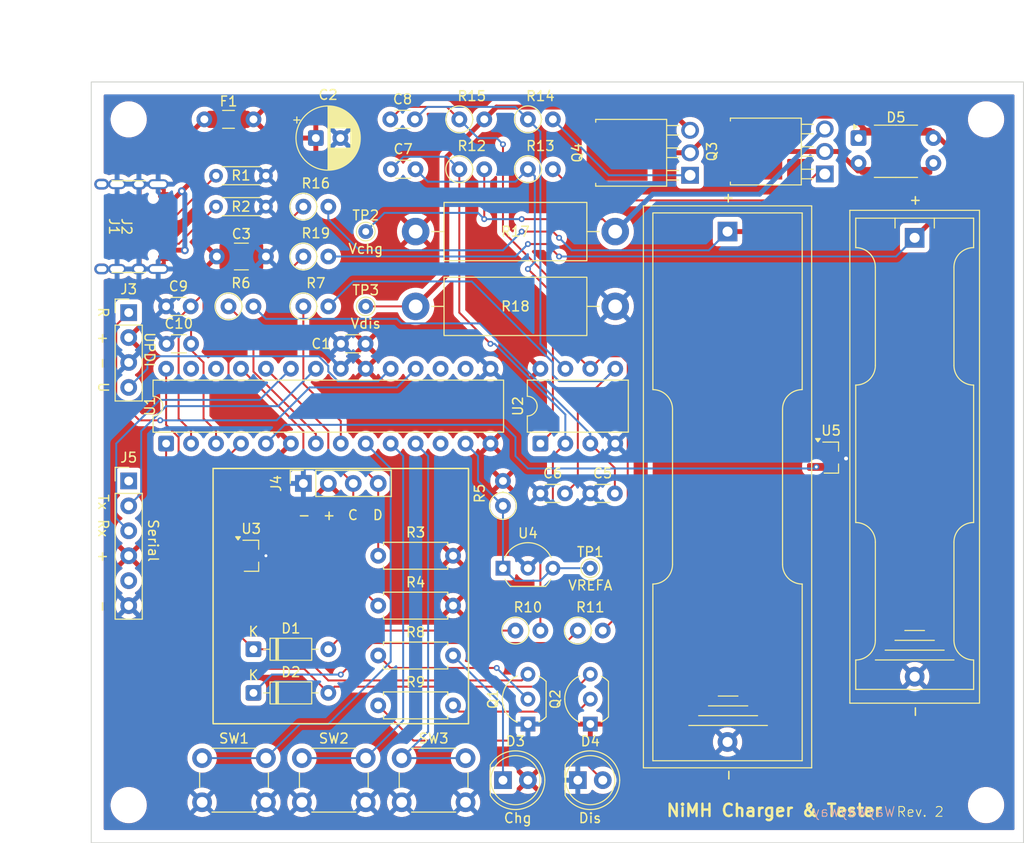
<source format=kicad_pcb>
(kicad_pcb (version 20241229) (generator "pcbnew") (generator_version "9.0")
  (title_block (title "NiMH Charger & Tester") (date "2025-08-25") (rev "2") (company "K.Takata"))
  (layers (0 "F.Cu" signal) (2 "B.Cu" signal) (13 "F.Paste" user) (15 "B.Paste" user) (5 "F.SilkS" user "F.Silkscreen") (7 "B.SilkS" user "B.Silkscreen") (1 "F.Mask" user) (3 "B.Mask" user) (25 "Edge.Cuts" user))
  (net 0 "")
  (net 1 "BT1+")
  (net 2 "GND")
  (net 3 "BT2+")
  (net 4 "+5V")
  (net 5 "Net-(U2A-+)")
  (net 6 "Net-(U2B-+)")
  (net 7 "Net-(U2A--)")
  (net 8 "Net-(U2B--)")
  (net 9 "Net-(C7-Pad2)")
  (net 10 "Vbt1")
  (net 11 "Vbt2")
  (net 12 "ChgCtl")
  (net 13 "Net-(D1-A)")
  (net 14 "Net-(D2-K)")
  (net 15 "DisCtl")
  (net 16 "Net-(D3-K)")
  (net 17 "Net-(D4-A)")
  (net 18 "Net-(D5--)")
  (net 19 "Net-(D5-+)")
  (net 20 "Net-(F1-Pad1)")
  (net 21 "Net-(J1-CC1)")
  (net 22 "Net-(J1-CC2)")
  (net 23 "UPDI")
  (net 24 "SCL")
  (net 25 "SDA")
  (net 26 "TX")
  (net 27 "RX")
  (net 28 "Net-(Q1-O)")
  (net 29 "Net-(Q2-O)")
  (net 30 "Net-(Q3-G)")
  (net 31 "Net-(Q3-S)")
  (net 32 "Net-(Q4-G)")
  (net 33 "Net-(Q4-S)")
  (net 34 "VREFA")
  (net 35 "PWMchg")
  (net 36 "PWMdis")
  (net 37 "SW1")
  (net 38 "SW2")
  (net 39 "SW3")
  (net 40 "RESET")
  (net 41 "Vtemp1")
  (net 43 "Vtemp2")
  (net 48 "Net-(C8-Pad2)")
  (footprint "Button_Switch_THT:SW_PUSH_6mm" (layer "F.Cu") (at 81.13 93)
    (property "Reference" "SW3")
    (property "Value" "SW_Push")
  )
  (footprint "Battery:BatteryHolder_Keystone_2466_1xAAA" (layer "F.Cu") (at 133.35 40.005 -90)
    (property "Reference" "BT2" (hide yes))
    (property "Value" "AAA")
  )
  (footprint "MountingHole:MountingHole_3.2mm_M3" (layer "F.Cu") (at 53.34 27.94)
    (property "Reference" "H1" (hide yes))
    (property "Value" "MountingHole" (hide yes))
  )
  (footprint "Resistor_THT:R_Axial_DIN0204_L3.6mm_D1.6mm_P5.08mm_Horizontal" (layer "F.Cu") (at 62.23 36.83)
    (property "Reference" "R2")
    (property "Value" "5.1k")
  )
  (footprint "Diode_THT:D_DO-35_SOD27_P7.62mm_Horizontal" (layer "F.Cu") (at 66.04 81.915)
    (property "Reference" "D1")
    (property "Value" "1S2076A")
  )
  (footprint "Connector_PinSocket_2.54mm:PinSocket_1x04_P2.54mm_Vertical" (layer "F.Cu") (at 71.12 65.024 90)
    (property "Reference" "J4")
    (property "Value" "SSD1306")
  )
  (footprint "Button_Switch_THT:SW_PUSH_6mm" (layer "F.Cu") (at 70.97 93)
    (property "Reference" "SW2")
    (property "Value" "SW_Push")
  )
  (footprint "TestPoint:TestPoint_THTPad_D1.5mm_Drill0.7mm" (layer "F.Cu") (at 100.33 73.66)
    (property "Reference" "TP1")
    (property "Value" "VREFA")
  )
  (footprint "Resistor_THT:R_Axial_DIN0207_L6.3mm_D2.5mm_P2.54mm_Vertical" (layer "F.Cu") (at 99.06 80.01)
    (property "Reference" "R11")
    (property "Value" "1k")
  )
  (footprint "LED_THT:LED_D5.0mm_Clear" (layer "F.Cu") (at 99.06 95.25)
    (property "Reference" "D4")
    (property "Value" "LED")
  )
  (footprint "Capacitor_THT:C_Disc_D4.3mm_W1.9mm_P5.00mm" (layer "F.Cu") (at 61.04 27.94)
    (property "Reference" "F2" (hide yes))
    (property "Value" "Polyfuse" (hide yes))
  )
  (footprint "Resistor_THT:R_Axial_DIN0614_L14.3mm_D5.7mm_P20.32mm_Horizontal" (layer "F.Cu") (at 82.55 46.99)
    (property "Reference" "R18")
    (property "Value" "1")
  )
  (footprint "Package_TO_SOT_SMD:SOT-23_Handsoldering" (layer "F.Cu") (at 124.841 62.3933)
    (property "Reference" "U5")
    (property "Value" "MCP9700BT-E/TT")
  )
  (footprint "Connector_USB:USB_C_Receptacle_GCT_USB4125-xx-x_6P_TopMnt_Horizontal" (layer "F.Cu") (at 51.3824 38.86 -90)
    (property "Reference" "J1")
    (property "Value" "USB_C_Receptacle_PowerOnly_6P")
  )
  (footprint "Resistor_THT:R_Axial_DIN0207_L6.3mm_D2.5mm_P2.54mm_Vertical" (layer "F.Cu") (at 71.12 41.91)
    (property "Reference" "R19")
    (property "Value" "10k")
  )
  (footprint "Capacitor_SMD:C_1210_3225Metric_Pad1.33x2.70mm_HandSolder" (layer "F.Cu") (at 64.81 41.91)
    (property "Reference" "C3")
    (property "Value" "10μ")
  )
  (footprint "Resistor_THT:R_Axial_DIN0207_L6.3mm_D2.5mm_P2.54mm_Vertical" (layer "F.Cu") (at 93.98 27.94)
    (property "Reference" "R14")
    (property "Value" "100")
  )
  (footprint "TestPoint:TestPoint_THTPad_D1.5mm_Drill0.7mm" (layer "F.Cu") (at 77.47 39.37)
    (property "Reference" "TP2")
    (property "Value" "Vchg")
  )
  (footprint "Resistor_THT:R_Axial_DIN0207_L6.3mm_D2.5mm_P7.62mm_Horizontal" (layer "F.Cu") (at 78.74 87.63)
    (property "Reference" "R9")
    (property "Value" "10k")
  )
  (footprint "Package_TO_SOT_SMD:SOT-23_Handsoldering" (layer "F.Cu") (at 65.81 72.39)
    (property "Reference" "U3")
    (property "Value" "MCP9700BT-E/TT")
  )
  (footprint "Package_SO:TSSOP-4_4.4x5mm_P4mm" (layer "F.Cu") (at 131.445 31.1912)
    (property "Reference" "D5")
    (property "Value" "TS260S")
  )
  (footprint "Resistor_THT:R_Axial_DIN0207_L6.3mm_D2.5mm_P7.62mm_Horizontal" (layer "F.Cu") (at 78.74 82.55)
    (property "Reference" "R8")
    (property "Value" "10k")
  )
  (footprint "Capacitor_THT:C_Disc_D3.0mm_W1.6mm_P2.50mm" (layer "F.Cu") (at 100.33 66.04)
    (property "Reference" "C5")
    (property "Value" "0.1μ")
  )
  (footprint "Capacitor_THT:C_Disc_D3.0mm_W1.6mm_P2.50mm" (layer "F.Cu") (at 79.97 27.94)
    (property "Reference" "C8")
    (property "Value" "0.1μ")
  )
  (footprint "Connector_USB:USB_C_Receptacle_GCT_USB4105-xx-A_16P_TopMnt_Horizontal" (layer "F.Cu") (at 53.2322 38.86 -90)
    (property "Reference" "J2")
    (property "Value" "USB_C_Receptacle_USB2.0_16P")
  )
  (footprint "Resistor_THT:R_Axial_DIN0207_L6.3mm_D2.5mm_P2.54mm_Vertical" (layer "F.Cu") (at 71.12 36.83)
    (property "Reference" "R16")
    (property "Value" "10k")
  )
  (footprint "Capacitor_THT:C_Disc_D3.0mm_W1.6mm_P2.50mm" (layer "F.Cu") (at 74.95 50.8)
    (property "Reference" "C1")
    (property "Value" "0.1μ")
  )
  (footprint "Resistor_THT:R_Axial_DIN0207_L6.3mm_D2.5mm_P2.54mm_Vertical" (layer "F.Cu") (at 86.995 27.94)
    (property "Reference" "R15")
    (property "Value" "10k")
  )
  (footprint "Connector_PinHeader_2.54mm:PinHeader_1x04_P2.54mm_Vertical" (layer "F.Cu") (at 53.34 47.625)
    (property "Reference" "J3")
    (property "Value" "UPDI header")
  )
  (footprint "MountingHole:MountingHole_3.2mm_M3" (layer "F.Cu") (at 53.34 97.79)
    (property "Reference" "H2" (hide yes))
    (property "Value" "MountingHole" (hide yes))
  )
  (footprint "Resistor_THT:R_Axial_DIN0207_L6.3mm_D2.5mm_P2.54mm_Vertical" (layer "F.Cu") (at 63.5 46.99)
    (property "Reference" "R6")
    (property "Value" "1k")
  )
  (footprint "Capacitor_THT:C_Disc_D3.0mm_W1.6mm_P2.50mm" (layer "F.Cu") (at 80.03 33.02)
    (property "Reference" "C7")
    (property "Value" "0.1μ")
  )
  (footprint "TestPoint:TestPoint_THTPad_D1.5mm_Drill0.7mm" (layer "F.Cu") (at 77.47 46.99)
    (property "Reference" "TP3")
    (property "Value" "Vdis")
  )
  (footprint "Diode_THT:D_DO-35_SOD27_P7.62mm_Horizontal" (layer "F.Cu") (at 66.04 86.36)
    (property "Reference" "D2")
    (property "Value" "1S2076A")
  )
  (footprint "Package_DIP:DIP-8_W7.62mm" (layer "F.Cu") (at 95.25 60.96 90)
    (property "Reference" "U2")
    (property "Value" "NJU7043")
  )
  (footprint "Package_DIP:DIP-4_W7.62mm" (layer "F.Cu") (at 127.635 29.845)
    (property "Reference" "D6" (hide yes))
    (property "Value" "S1ZB20")
  )
  (footprint "Battery:BatteryHolder_Keystone_2460_1xAA" (layer "F.Cu") (at 114.3 39.37 -90)
    (property "Reference" "BT1" (hide yes))
    (property "Value" "AA")
  )
  (footprint "Capacitor_THT:C_Disc_D3.0mm_W1.6mm_P2.50mm" (layer "F.Cu") (at 57.15 46.99)
    (property "Reference" "C9")
    (property "Value" "0.1μ")
  )
  (footprint "Resistor_THT:R_Axial_DIN0207_L6.3mm_D2.5mm_P2.54mm_Vertical" (layer "F.Cu") (at 91.44 67.31 90)
    (property "Reference" "R5")
    (property "Value" "1k")
  )
  (footprint "Package_TO_SOT_THT:TO-92_Inline_Wide" (layer "F.Cu") (at 93.98 89.535 90)
    (property "Reference" "Q1")
    (property "Value" "DTC114EL")
  )
  (footprint "MountingHole:MountingHole_3.2mm_M3" (layer "F.Cu") (at 140.62 97.79)
    (property "Reference" "H4" (hide yes))
    (property "Value" "MountingHole" (hide yes))
  )
  (footprint "Resistor_THT:R_Axial_DIN0207_L6.3mm_D2.5mm_P7.62mm_Horizontal" (layer "F.Cu") (at 78.74 77.47)
    (property "Reference" "R4")
    (property "Value" "10k")
  )
  (footprint "Resistor_THT:R_Axial_DIN0207_L6.3mm_D2.5mm_P2.54mm_Vertical" (layer "F.Cu") (at 86.995 33.02)
    (property "Reference" "R12")
    (property "Value" "10k")
  )
  (footprint "Resistor_THT:R_Axial_DIN0204_L3.6mm_D1.6mm_P5.08mm_Horizontal" (layer "F.Cu") (at 62.23 33.68)
    (property "Reference" "R1")
    (property "Value" "5.1k")
  )
  (footprint "Fuse:Fuse_1206_3216Metric_Pad1.42x1.75mm_HandSolder" (layer "F.Cu") (at 63.5 27.94)
    (property "Reference" "F1")
    (property "Value" "Polyfuse_Small")
  )
  (footprint "MountingHole:MountingHole_3.2mm_M3" (layer "F.Cu") (at 140.62 27.94)
    (property "Reference" "H3" (hide yes))
    (property "Value" "MountingHole" (hide yes))
  )
  (footprint "Capacitor_THT:C_Disc_D3.0mm_W1.6mm_P2.50mm" (layer "F.Cu") (at 95.25 66.04)
    (property "Reference" "C6")
    (property "Value" "0.1μ")
  )
  (footprint "LED_THT:LED_D5.0mm" (layer "F.Cu") (at 91.44 95.25)
    (property "Reference" "D3")
    (property "Value" "LED")
  )
  (footprint "Package_TO_SOT_THT:TO-92_Inline_Wide" (layer "F.Cu") (at 91.44 73.66)
    (property "Reference" "U4")
    (property "Value" "TL431")
  )
  (footprint "Package_DIP:DIP-28_W7.62mm" (layer "F.Cu") (at 57.15 60.96 90)
    (property "Reference" "U1")
    (property "Value" "AVR64DD28-I/SP")
  )
  (footprint "Capacitor_THT:CP_Radial_D6.3mm_P2.50mm" (layer "F.Cu") (at 72.39 29.845)
    (property "Reference" "C2")
    (property "Value" "100μ")
  )
  (footprint "Capacitor_THT:C_Disc_D3.0mm_W1.6mm_P2.50mm" (layer "F.Cu") (at 57.19 50.8)
    (property "Reference" "C10")
    (property "Value" "0.1μ")
  )
  (footprint "Resistor_THT:R_Axial_DIN0207_L6.3mm_D2.5mm_P7.62mm_Horizontal" (layer "F.Cu") (at 78.74 72.39)
    (property "Reference" "R3")
    (property "Value" "10k")
  )
  (footprint "Button_Switch_THT:SW_PUSH_6mm" (layer "F.Cu") (at 60.81 93)
    (property "Reference" "SW1")
    (property "Value" "SW_Push")
  )
  (footprint "Resistor_THT:R_Axial_DIN0207_L6.3mm_D2.5mm_P2.54mm_Vertical" (layer "F.Cu") (at 71.12 46.99)
    (property "Reference" "R7")
    (property "Value" "1k")
  )
  (footprint "Package_TO_SOT_THT:TO-251-3-1EP_Horizontal_TabDown" (layer "F.Cu") (at 124.2 33.5066 90)
    (property "Reference" "Q3")
    (property "Value" "MTB060P06I3")
  )
  (footprint "Resistor_THT:R_Axial_DIN0207_L6.3mm_D2.5mm_P2.54mm_Vertical" (layer "F.Cu") (at 92.71 80.01)
    (property "Reference" "R10")
    (property "Value" "1k")
  )
  (footprint "Package_TO_SOT_THT:TO-92_Inline_Wide" (layer "F.Cu") (at 100.33 89.535 90)
    (property "Reference" "Q2")
    (property "Value" "DTA114EL")
  )
  (footprint "Resistor_THT:R_Axial_DIN0207_L6.3mm_D2.5mm_P2.54mm_Vertical" (layer "F.Cu") (at 93.98 33.02)
    (property "Reference" "R13")
    (property "Value" "100")
  )
  (footprint "Capacitor_THT:C_Disc_D4.7mm_W2.5mm_P5.00mm" (layer "F.Cu") (at 62.31 41.91)
    (property "Reference" "C4" (hide yes))
    (property "Value" "10μ" (hide yes))
  )
  (footprint "Connector_PinHeader_2.54mm:PinHeader_1x06_P2.54mm_Vertical" (layer "F.Cu") (at 53.34 64.77)
    (property "Reference" "J5")
    (property "Value" "Serial Header")
  )
  (footprint "Package_TO_SOT_THT:TO-251-3-1EP_Horizontal_TabDown" (layer "F.Cu") (at 110.49 33.6336 90)
    (property "Reference" "Q4")
    (property "Value" "MTA100N10KRI3")
  )
  (footprint "Resistor_THT:R_Axial_DIN0614_L14.3mm_D5.7mm_P20.32mm_Horizontal" (layer "F.Cu") (at 82.55 39.37)
    (property "Reference" "R17")
    (property "Value" "10")
  )
  (gr_rect (start 61.93 63.5) (end 87.93 89.5) (stroke (width 0.15)) (fill no) (layer "F.SilkS"))
  (gr_rect (start 49.53 24.13) (end 144.43 101.63) (stroke (width 0.1)) (fill no) (layer "Edge.Cuts"))
  (gr_text "D" (at 78.105 68.834 0) (layer "F.SilkS") (effects (font (size 1 1)) (justify left bottom)))
  (gr_text "Rev. 2" (at 131.445 99.06 0) (layer "F.SilkS") (effects (font (size 1 1) (thickness 0.1)) (justify left bottom)))
  (gr_text "Dis" (at 99.06 99.695 0) (layer "F.SilkS") (effects (font (size 1 1)) (justify left bottom)))
  (gr_text "U" (at 50.165 54.61 270) (layer "F.SilkS") (effects (font (size 1 1)) (justify left bottom)))
  (gr_text "UPDI" (at 54.87157 49.53 270) (layer "F.SilkS") (effects (font (size 1 1)) (justify left bottom)))
  (gr_text "Rx" (at 50.165 68.58 270) (layer "F.SilkS") (effects (font (size 1 1)) (justify left bottom)))
  (gr_text "+" (at 73.025 68.834 0) (layer "F.SilkS") (effects (font (size 1 1)) (justify left bottom)))
  (gr_text "-" (at 70.485 68.834 0) (layer "F.SilkS") (effects (font (size 1 1)) (justify left bottom)))
  (gr_text "Serial" (at 55.245 68.58 270) (layer "F.SilkS") (effects (font (size 1 1)) (justify left bottom)))
  (gr_text "R" (at 50.165 46.99 270) (layer "F.SilkS") (effects (font (size 1 1)) (justify left bottom)))
  (gr_text "+" (at 50.165 71.755 270) (layer "F.SilkS") (effects (font (size 1 1)) (justify left bottom)))
  (gr_text "NiMH Charger & Tester" (at 107.95 99.06 0) (layer "F.SilkS") (effects (font (size 1.25 1.25) (thickness 0.25) (bold yes)) (justify left bottom)))
  (gr_text "Chg" (at 91.44 99.695 0) (layer "F.SilkS") (effects (font (size 1 1)) (justify left bottom)))
  (gr_text "-" (at 50.165 52.07 270) (layer "F.SilkS") (effects (font (size 1 1)) (justify left bottom)))
  (gr_text "Tx" (at 50.165 66.04 270) (layer "F.SilkS") (effects (font (size 1 1)) (justify left bottom)))
  (gr_text "C" (at 75.565 68.834 0) (layer "F.SilkS") (effects (font (size 1 1)) (justify left bottom)))
  (gr_text "-" (at 50.165 76.835 270) (layer "F.SilkS") (effects (font (size 1 1)) (justify left bottom)))
  (gr_text "+" (at 50.165 49.53 270) (layer "F.SilkS") (effects (font (size 1 1)) (justify left bottom)))
  (gr_text "WayWayWay" (at 131.445 99.06 0) (layer "B.SilkS") (effects (font (size 1 1) (thickness 0.1)) (justify left bottom mirror)))
  (segment (start 128.2037 39.37) (end 114.3 39.37) (width 0.5) (layer "F.Cu") (net 1))
  (segment (start 134.3825 33.1912) (end 128.2037 39.37) (width 0.5) (layer "F.Cu") (net 1))
  (segment (start 96.52 39.37) (end 93.345 39.37) (width 0.2) (layer "F.Cu") (net 1))
  (segment (start 97.155 40.005) (end 96.52 39.37) (width 0.2) (layer "F.Cu") (net 1))
  (via (at 97.155 40.005) (size 0.6) (drill 0.3) (layers "F.Cu" "B.Cu") (net 1))
  (via (at 93.345 39.37) (size 0.6) (drill 0.3) (layers "F.Cu" "B.Cu") (net 1))
  (segment (start 91.44 41.275) (end 93.345 39.37) (width 0.2) (layer "B.Cu") (net 1))
  (segment (start 98.425 41.275) (end 112.395 41.275) (width 0.2) (layer "B.Cu") (net 1))
  (segment (start 112.395 41.275) (end 114.3 39.37) (width 0.2) (layer "B.Cu") (net 1))
  (segment (start 76.835 41.275) (end 91.44 41.275) (width 0.2) (layer "B.Cu") (net 1))
  (segment (start 97.155 40.005) (end 98.425 41.275) (width 0.2) (layer "B.Cu") (net 1))
  (segment (start 73.66 36.83) (end 73.66 38.1) (width 0.2) (layer "B.Cu") (net 1))
  (segment (start 73.66 38.1) (end 76.835 41.275) (width 0.2) (layer "B.Cu") (net 1))
  (segment (start 126.341 62.254) (end 126.365 62.23) (width 0.4) (layer "F.Cu") (net 2))
  (segment (start 54.4624 34.62) (end 54.3824 34.54) (width 0.4) (layer "F.Cu") (net 2))
  (segment (start 56.9122 35.115) (end 56.3372 34.54) (width 0.4) (layer "F.Cu") (net 2))
  (segment (start 54.4624 43.1) (end 54.3824 43.18) (width 0.4) (layer "F.Cu") (net 2))
  (segment (start 54.4624 36.11) (end 54.4624 34.62) (width 0.4) (layer "F.Cu") (net 2))
  (segment (start 56.9122 35.66) (end 56.9122 35.115) (width 0.4) (layer "F.Cu") (net 2))
  (segment (start 56.9122 42.06) (end 56.9122 42.605) (width 0.4) (layer "F.Cu") (net 2))
  (segment (start 56.9122 42.605) (end 56.3372 43.18) (width 0.4) (layer "F.Cu") (net 2))
  (segment (start 126.341 62.3933) (end 126.341 62.254) (width 0.4) (layer "F.Cu") (net 2))
  (segment (start 54.4624 41.61) (end 54.4624 43.1) (width 0.4) (layer "F.Cu") (net 2))
  (via (at 126.365 62.484) (size 0.8) (drill 0.4) (layers "F.Cu" "B.Cu") (net 2))
  (via (at 67.31 72.39) (size 0.6) (drill 0.3) (layers "F.Cu" "B.Cu") (net 2))
  (segment (start 82.55 98.92) (end 81.13 97.5) (width 0.4) (layer "B.Cu") (net 2))
  (segment (start 99.06 97.79) (end 99.06 95.25) (width 0.4) (layer "B.Cu") (net 2))
  (segment (start 71.12 68.58) (end 67.31 72.39) (width 0.3) (layer "B.Cu") (net 2))
  (segment (start 106.68 97.79) (end 99.06 97.79) (width 0.4) (layer "B.Cu") (net 2))
  (segment (start 66.065 34.925) (end 66.04 34.925) (width 0.3) (layer "B.Cu") (net 2))
  (segment (start 70.97 97.5) (end 69.41 99.06) (width 0.4) (layer "B.Cu") (net 2))
  (segment (start 58.42 95.11) (end 58.42 78.665) (width 0.4) (layer "B.Cu") (net 2))
  (segment (start 129.155 88.9) (end 116.84 88.9) (width 0.4) (layer "B.Cu") (net 2))
  (segment (start 86.07 99.06) (end 82.55 99.06) (width 0.4) (layer "B.Cu") (net 2))
  (segment (start 88.9 99.06) (end 97.79 99.06) (width 0.4) (layer "B.Cu") (net 2))
  (segment (start 79.57 99.06) (end 78.74 99.06) (width 0.4) (layer "B.Cu") (net 2))
  (segment (start 66.04 35.56) (end 67.31 36.83) (width 0.3) (layer "B.Cu") (net 2))
  (segment (start 66.04 40.64) (end 67.31 41.91) (width 0.3) (layer "B.Cu") (net 2))
  (segment (start 82.55 99.06) (end 82.55 98.92) (width 0.4) (layer "B.Cu") (net 2))
  (segment (start 116.76 88.9) (end 114.3 91.36) (width 0.4) (layer "B.Cu") (net 2))
  (segment (start 88.9 98.77) (end 88.9 99.06) (width 0.4) (layer "B.Cu") (net 2))
  (segment (start 114.3 91.36) (end 113.03 92.63) (width 0.4) (layer "B.Cu") (net 2))
  (segment (start 87.63 97.5) (end 86.07 99.06) (width 0.4) (layer "B.Cu") (net 2))
  (segment (start 68.58 98.77) (end 67.31 97.5) (width 0.4) (layer "B.Cu") (net 2))
  (segment (start 60.81 97.5) (end 58.42 95.11) (width 0.4) (layer "B.Cu") (net 2))
  (segment (start 68.58 99.06) (end 68.58 98.77) (width 0.4) (layer "B.Cu") (net 2))
  (segment (start 66.04 34.925) (end 66.04 35.56) (width 0.3) (layer "B.Cu") (net 2))
  (segment (start 58.42 78.665) (end 59.69 77.395) (width 0.4) (layer "B.Cu") (net 2))
  (segment (start 111.76 92.71) (end 106.68 97.79) (width 0.4) (layer "B.Cu") (net 2))
  (segment (start 54.3824 34.54) (end 56.3372 34.54) (width 0.4) (layer "B.Cu") (net 2))
  (segment (start 57.785 31.115) (end 64.745 31.115) (width 0.4) (layer "B.Cu") (net 2))
  (segment (start 62.23 77.47) (end 67.31 72.39) (width 0.3) (layer "B.Cu") (net 2))
  (segment (start 54.3824 43.18) (end 56.3372 43.18) (width 0.4) (layer "B.Cu") (net 2))
  (segment (start 113.03 92.63) (end 113.03 92.71) (width 0.4) (layer "B.Cu") (net 2))
  (segment (start 113.03 92.71) (end 111.76 92.71) (width 0.4) (layer "B.Cu") (net 2))
  (segment (start 67.31 33.68) (end 66.065 34.925) (width 0.3) (layer "B.Cu") (net 2))
  (segment (start 66.04 38.1) (end 66.04 40.64) (width 0.3) (layer "B.Cu") (net 2))
  (segment (start 52.1572 43.18) (end 54.3824 43.18) (width 0.4) (layer "B.Cu") (net 2))
  (segment (start 78.74 98.77) (end 77.47 97.5) (width 0.4) (layer "B.Cu") (net 2))
  (segment (start 78.74 99.06) (end 78.74 98.77) (width 0.4) (layer "B.Cu") (net 2))
  (segment (start 116.84 88.9) (end 116.76 88.9) (width 0.4) (layer "B.Cu") (net 2))
  (segment (start 64.745 31.115) (end 67.31 33.68) (width 0.4) (layer "B.Cu") (net 2))
  (segment (start 81.13 97.5) (end 79.57 99.06) (width 0.4) (layer "B.Cu") (net 2))
  (segment (start 87.63 97.5) (end 88.9 98.77) (width 0.4) (layer "B.Cu") (net 2))
  (segment (start 97.79 99.06) (end 99.06 97.79) (width 0.4) (layer "B.Cu") (net 2))
  (segment (start 57.82 75.53) (end 57.825 75.53) (width 0.3) (layer "B.Cu") (net 2))
  (segment (start 69.41 99.06) (end 68.58 99.06) (width 0.4) (layer "B.Cu") (net 2))
  (segment (start 52.1572 34.54) (end 54.3824 34.54) (width 0.4) (layer "B.Cu") (net 2))
  (segment (start 71.12 65.024) (end 71.12 68.58) (width 0.3) (layer "B.Cu") (net 2))
  (segment (start 133.35 84.705) (end 129.155 88.9) (width 0.4) (layer "B.Cu") (net 2))
  (segment (start 56.3372 32.5628) (end 57.785 31.115) (width 0.4) (layer "B.Cu") (net 2))
  (segment (start 59.69 77.47) (end 62.23 77.47) (width 0.3) (layer "B.Cu") (net 2))
  (segment (start 56.3372 34.54) (end 56.3372 32.5628) (width 0.4) (layer "B.Cu") (net 2))
  (segment (start 67.31 36.83) (end 66.04 38.1) (width 0.3) (layer "B.Cu") (net 2))
  (segment (start 59.69 77.395) (end 59.69 77.47) (width 0.3) (layer "B.Cu") (net 2))
  (segment (start 137.16 31.115) (end 135.2362 29.1912) (width 0.5) (layer "F.Cu") (net 3))
  (segment (start 95.885 40.64) (end 93.98 40.64) (width 0.2) (layer "F.Cu") (net 3))
  (segment (start 95.885 40.64) (end 97.155 41.91) (width 0.2) (layer "F.Cu") (net 3))
  (segment (start 135.2362 29.1912) (end 134.3825 29.1912) (width 0.5) (layer "F.Cu") (net 3))
  (segment (start 137.16 36.195) (end 137.16 31.115) (width 0.5) (layer "F.Cu") (net 3))
  (segment (start 133.35 40.005) (end 137.16 36.195) (width 0.5) (layer "F.Cu") (net 3))
  (via (at 97.155 41.91) (size 0.6) (drill 0.3) (layers "F.Cu" "B.Cu") (net 3))
  (via (at 93.98 40.64) (size 0.6) (drill 0.3) (layers "F.Cu" "B.Cu") (net 3))
  (segment (start 93.98 40.64) (end 92.71 41.91) (width 0.2) (layer "B.Cu") (net 3))
  (segment (start 131.445 41.91) (end 133.35 40.005) (width 0.2) (layer "B.Cu") (net 3))
  (segment (start 92.71 41.91) (end 73.66 41.91) (width 0.2) (layer "B.Cu") (net 3))
  (segment (start 97.155 41.91) (end 131.445 41.91) (width 0.2) (layer "B.Cu") (net 3))
  (segment (start 63.754 56.642) (end 63.5 56.388) (width 0.2) (layer "F.Cu") (net 4))
  (segment (start 140.97 91.44) (end 140.97 53.34) (width 0.4) (layer "F.Cu") (net 4))
  (segment (start 63.5 52.07) (end 63.5 50.546) (width 0.2) (layer "F.Cu") (net 4))
  (segment (start 67.31 29.21) (end 64.77 31.75) (width 0.3) (layer "F.Cu") (net 4))
  (segment (start 55.88 95.25) (end 55.88 72.39) (width 0.4) (layer "F.Cu") (net 4))
  (segment (start 132.08 99.06) (end 134.62 96.52) (width 0.4) (layer "F.Cu") (net 4))
  (segment (start 64.77 31.75) (end 64.77 36.83) (width 0.3) (layer "F.Cu") (net 4))
  (segment (start 92.71 63.5) (end 91.44 64.77) (width 0.4) (layer "F.Cu") (net 4))
  (segment (start 88.9 67.31) (end 88.9 69.85) (width 0.4) (layer "F.Cu") (net 4))
  (segment (start 63.5 56.388) (end 63.5 52.07) (width 0.2) (layer "F.Cu") (net 4))
  (segment (start 95.25 53.34) (end 92.71 55.88) (width 0.4) (layer "F.Cu") (net 4))
  (segment (start 134.62 96.52) (end 135.89 96.52) (width 0.4) (layer "F.Cu") (net 4))
  (segment (start 88.9 69.85) (end 86.36 72.39) (width 0.4) (layer "F.Cu") (net 4))
  (segment (start 85.09 76.2) (end 86.36 77.47) (width 0.4) (layer "F.Cu") (net 4))
  (segment (start 123.19 53.34) (end 123.19 54.61) (width 0.4) (layer "F.Cu") (net 4))
  (segment (start 91.44 64.77) (end 88.9 67.31) (width 0.4) (layer "F.Cu") (net 4))
  (segment (start 123.19 54.61) (end 123.341 54.761) (width 0.4) (layer "F.Cu") (net 4))
  (segment (start 97.79 99.06) (end 132.08 99.06) (width 0.4) (layer "F.Cu") (net 4))
  (segment (start 69.85 60.96) (end 65.532 56.642) (width 0.2) (layer "F.Cu") (net 4))
  (segment (start 59.69 99.06) (end 55.88 95.25) (width 0.4) (layer "F.Cu") (net 4))
  (segment (start 93.98 95.25) (end 97.79 99.06) (width 0.4) (layer "F.Cu") (net 4))
  (segment (start 64.77 36.83) (end 63.2475 38.3525) (width 0.3) (layer "F.Cu") (net 4))
  (segment (start 86.36 72.39) (end 85.09 73.66) (width 0.4) (layer "F.Cu") (net 4))
  (segment (start 65.532 56.642) (end 63.754 56.642) (width 0.2) (layer "F.Cu") (net 4))
  (segment (start 92.71 62.23) (end 92.71 63.5) (width 0.4) (layer "F.Cu") (net 4))
  (segment (start 63.2475 38.3525) (end 63.2475 41.91) (width 0.3) (layer "F.Cu") (net 4))
  (segment (start 123.341 54.761) (end 123.341 61.4433) (width 0.4) (layer "F.Cu") (net 4))
  (segment (start 85.09 73.66) (end 85.09 76.2) (width 0.4) (layer "F.Cu") (net 4))
  (segment (start 135.89 96.52) (end 140.97 91.44) (width 0.4) (layer "F.Cu") (net 4))
  (segment (start 140.97 53.34) (end 123.19 53.34) (width 0.4) (layer "F.Cu") (net 4))
  (segment (start 67.31 29.21) (end 66.04 27.94) (width 0.3) (layer "F.Cu") (net 4))
  (segment (start 92.71 55.88) (end 92.71 59.69) (width 0.4) (layer "F.Cu") (net 4))
  (segment (start 102.83 66.04) (end 102.83 63.46) (width 0.2) (layer "F.Cu") (net 5))
  (segment (start 102.83 63.46) (end 100.33 60.96) (width 0.2) (layer "F.Cu") (net 5))
  (segment (start 89.073975 48.721025) (end 81.106025 48.721025) (width 0.2) (layer "B.Cu") (net 5))
  (segment (start 100.33 60.96) (end 100.33 59.97705) (width 0.2) (layer "B.Cu") (net 5))
  (segment (start 100.33 59.97705) (end 89.073975 48.721025) (width 0.2) (layer "B.Cu") (net 5))
  (segment (start 81.106025 48.721025) (end 80.645 48.26) (width 0.2) (layer "B.Cu") (net 5))
  (segment (start 67.31 48.26) (end 66.04 46.99) (width 0.2) (layer "B.Cu") (net 5))
  (segment (start 80.645 48.26) (end 67.31 48.26) (width 0.2) (layer "B.Cu") (net 5))
  (segment (start 97.79 66.04) (end 99.06 64.77) (width 0.2) (layer "F.Cu") (net 6))
  (segment (start 99.06 64.77) (end 99.06 57.15) (width 0.2) (layer "F.Cu") (net 6))
  (segment (start 99.06 57.15) (end 102.87 53.34) (width 0.2) (layer "F.Cu") (net 6))
  (segment (start 97.75 66.04) (end 97.79 66.04) (width 0.2) (layer "F.Cu") (net 6))
  (segment (start 96.52 52.705) (end 88.265 44.45) (width 0.2) (layer "B.Cu") (net 6))
  (segment (start 97.155 54.61) (end 96.52 53.975) (width 0.2) (layer "B.Cu") (net 6))
  (segment (start 96.52 53.975) (end 96.52 52.705) (width 0.2) (layer "B.Cu") (net 6))
  (segment (start 88.265 44.45) (end 76.2 44.45) (width 0.2) (layer "B.Cu") (net 6))
  (segment (start 102.87 53.34) (end 101.6 54.61) (width 0.2) (layer "B.Cu") (net 6))
  (segment (start 76.2 44.45) (end 73.66 46.99) (width 0.2) (layer "B.Cu") (net 6))
  (segment (start 101.6 54.61) (end 97.155 54.61) (width 0.2) (layer "B.Cu") (net 6))
  (segment (start 96.52 62.23) (end 96.52 71.735661) (width 0.2) (layer "F.Cu") (net 7))
  (segment (start 86.995 33.02) (end 86.995 47.625) (width 0.2) (layer "F.Cu") (net 7))
  (segment (start 96.52 71.735661) (end 95.25 73.005661) (width 0.2) (layer "F.Cu") (net 7))
  (segment (start 97.79 60.96) (end 96.52 62.23) (width 0.2) (layer "F.Cu") (net 7))
  (segment (start 86.995 47.625) (end 90.17 50.8) (width 0.2) (layer "F.Cu") (net 7))
  (segment (start 95.25 73.005661) (end 95.25 80.01) (width 0.2) (layer "F.Cu") (net 7))
  (via (at 90.17 50.8) (size 0.6) (drill 0.3) (layers "F.Cu" "B.Cu") (net 7))
  (segment (start 85.725 31.75) (end 81.3 31.75) (width 0.2) (layer "B.Cu") (net 7))
  (segment (start 97.79 60.96) (end 97.79 58.00415) (width 0.2) (layer "B.Cu") (net 7))
  (segment (start 90.58585 50.8) (end 90.17 50.8) (width 0.2) (layer "B.Cu") (net 7))
  (segment (start 97.79 58.00415) (end 90.58585 50.8) (width 0.2) (layer "B.Cu") (net 7))
  (segment (start 81.3 31.75) (end 80.03 33.02) (width 0.2) (layer "B.Cu") (net 7))
  (segment (start 86.995 33.02) (end 85.725 31.75) (width 0.2) (layer "B.Cu") (net 7))
  (segment (start 104.14 52.705) (end 103.505 52.07) (width 0.2) (layer "F.Cu") (net 8))
  (segment (start 91.44 39.37) (end 91.44 30.48) (width 0.2) (layer "F.Cu") (net 8))
  (segment (start 81.24 26.67) (end 79.97 27.94) (width 0.2) (layer "F.Cu") (net 8))
  (segment (start 100.33 53.34) (end 97.79 50.8) (width 0.2) (layer "F.Cu") (net 8))
  (segment (start 101.6 52.07) (end 100.33 53.34) (width 0.2) (layer "F.Cu") (net 8))
  (segment (start 104.14 77.47) (end 104.14 52.705) (width 0.2) (layer "F.Cu") (net 8))
  (segment (start 97.79 50.8) (end 97.79 45.72) (width 0.2) (layer "F.Cu") (net 8))
  (segment (start 103.505 52.07) (end 101.6 52.07) (width 0.2) (layer "F.Cu") (net 8))
  (segment (start 86.995 27.94) (end 85.725 26.67) (width 0.2) (layer "F.Cu") (net 8))
  (segment (start 85.725 26.67) (end 81.24 26.67) (width 0.2) (layer "F.Cu") (net 8))
  (segment (start 97.79 45.72) (end 91.44 39.37) (width 0.2) (layer "F.Cu") (net 8))
  (segment (start 101.6 80.01) (end 104.14 77.47) (width 0.2) (layer "F.Cu") (net 8))
  (via (at 91.44 30.48) (size 0.6) (drill 0.3) (layers "F.Cu" "B.Cu") (net 8))
  (segment (start 91.44 30.48) (end 90.805 29.845) (width 0.2) (layer "B.Cu") (net 8))
  (segment (start 90.805 29.845) (end 88.9 29.845) (width 0.2) (layer "B.Cu") (net 8))
  (segment (start 88.9 29.845) (end 86.995 27.94) (width 0.2) (layer "B.Cu") (net 8))
  (segment (start 96.52 45.72) (end 93.98 43.18) (width 0.2) (layer "F.Cu") (net 9))
  (segment (start 95.25 60.96) (end 96.52 59.69) (width 0.2) (layer "F.Cu") (net 9))
  (segment (start 96.52 59.69) (end 96.52 45.72) (width 0.2) (layer "F.Cu") (net 9))
  (via (at 93.98 43.18) (size 0.6) (drill 0.3) (layers "F.Cu" "B.Cu") (net 9))
  (segment (start 93.98 33.02) (end 92.71 34.29) (width 0.2) (layer "B.Cu") (net 9))
  (segment (start 92.71 34.29) (end 83.8 34.29) (width 0.2) (layer "B.Cu") (net 9))
  (segment (start 94.681 42.479) (end 94.681 33.721) (width 0.2) (layer "B.Cu") (net 9))
  (segment (start 93.98 43.18) (end 94.681 42.479) (width 0.2) (layer "B.Cu") (net 9))
  (segment (start 94.681 33.721) (end 93.98 33.02) (width 0.2) (layer "B.Cu") (net 9))
  (segment (start 83.8 34.29) (end 82.53 33.02) (width 0.2) (layer "B.Cu") (net 9))
  (segment (start 62.825 43.815) (end 59.65 46.99) (width 0.2) (layer "F.Cu") (net 10))
  (segment (start 69.215 42.545) (end 67.945 43.815) (width 0.2) (layer "F.Cu") (net 10))
  (segment (start 71.12 36.83) (end 69.215 38.735) (width 0.2) (layer "F.Cu") (net 10))
  (segment (start 58.42 58.42) (end 58.42 48.22) (width 0.2) (layer "F.Cu") (net 10))
  (segment (start 69.215 38.735) (end 69.215 42.545) (width 0.2) (layer "F.Cu") (net 10))
  (segment (start 59.69 59.69) (end 58.42 58.42) (width 0.2) (layer "F.Cu") (net 10))
  (segment (start 67.945 43.815) (end 62.825 43.815) (width 0.2) (layer "F.Cu") (net 10))
  (segment (start 59.69 60.96) (end 59.69 59.69) (width 0.2) (layer "F.Cu") (net 10))
  (segment (start 58.42 48.22) (end 59.65 46.99) (width 0.2) (layer "F.Cu") (net 10))
  (segment (start 60.96 47.625) (end 59.69 48.895) (width 0.2) (layer "F.Cu") (net 11))
  (segment (start 62.865 44.45) (end 60.96 46.355) (width 0.2) (layer "F.Cu") (net 11))
  (segment (start 68.58 44.45) (end 62.865 44.45) (width 0.2) (layer "F.Cu") (net 11))
  (segment (start 71.12 41.91) (end 68.58 44.45) (width 0.2) (layer "F.Cu") (net 11))
  (segment (start 59.69 48.895) (end 59.69 50.8) (width 0.2) (layer "F.Cu") (net 11))
  (segment (start 59.69 51.435) (end 60.96 52.705) (width 0.2) (layer "F.Cu") (net 11))
  (segment (start 59.69 50.8) (end 59.69 51.435) (width 0.2) (layer "F.Cu") (net 11))
  (segment (start 62.23 60.96) (end 62.23 59.69) (width 0.2) (layer "F.Cu") (net 11))
  (segment (start 60.96 46.355) (end 60.96 47.625) (width 0.2) (layer "F.Cu") (net 11))
  (segment (start 60.96 58.42) (end 60.96 52.705) (width 0.2) (layer "F.Cu") (net 11))
  (segment (start 62.23 59.69) (end 60.96 58.42) (width 0.2) (layer "F.Cu") (net 11))
  (segment (start 57.15 59.055) (end 58.42 60.325) (width 0.2) (layer "F.Cu") (net 12))
  (segment (start 58.42 60.325) (end 58.42 74.295) (width 0.2) (layer "F.Cu") (net 12))
  (segment (start 93.345 85.09) (end 73.66 85.09) (width 0.2) (layer "F.Cu") (net 12))
  (segment (start 66.04 81.915) (end 58.42 74.295) (width 0.2) (layer "F.Cu") (net 12))
  (segment (start 70.485 81.915) (end 66.04 81.915) (width 0.2) (layer "F.Cu") (net 12))
  (segment (start 73.66 85.09) (end 70.485 81.915) (width 0.2) (layer "F.Cu") (net 12))
  (segment (start 93.98 84.455) (end 93.345 85.09) (width 0.2) (layer "F.Cu") (net 12))
  (segment (start 57.15 53.34) (end 57.15 59.055) (width 0.2) (layer "F.Cu") (net 12))
  (segment (start 92.71 80.01) (end 75.565 80.01) (width 0.2) (layer "F.Cu") (net 13))
  (segment (start 75.565 80.01) (end 73.66 81.915) (width 0.2) (layer "F.Cu") (net 13))
  (segment (start 78.14 81.28) (end 97.79 81.28) (width 0.2) (layer "F.Cu") (net 14))
  (segment (start 97.79 81.28) (end 99.06 80.01) (width 0.2) (layer "F.Cu") (net 14))
  (segment (start 74.93 84.49) (end 78.14 81.28) (width 0.2) (layer "F.Cu") (net 14))
  (via (at 74.93 84.49) (size 0.6) (drill 0.3) (layers "F.Cu" "B.Cu") (net 14))
  (segment (start 67.91 84.49) (end 66.04 86.36) (width 0.2) (layer "B.Cu") (net 14))
  (segment (start 74.93 84.49) (end 67.91 84.49) (width 0.2) (layer "B.Cu") (net 14))
  (segment (start 57.15 76.291) (end 64.77 83.911) (width 0.2) (layer "F.Cu") (net 15))
  (segment (start 71.211 83.911) (end 73.66 86.36) (width 0.2) (layer "F.Cu") (net 15))
  (segment (start 74.295 85.725) (end 73.66 86.36) (width 0.2) (layer "F.Cu") (net 15))
  (segment (start 64.77 83.911) (end 71.211 83.911) (width 0.2) (layer "F.Cu") (net 15))
  (segment (start 99.06 85.725) (end 74.295 85.725) (width 0.2) (layer "F.Cu") (net 15))
  (segment (start 100.33 84.455) (end 99.06 85.725) (width 0.2) (layer "F.Cu") (net 15))
  (segment (start 57.15 60.96) (end 57.15 76.291) (width 0.2) (layer "F.Cu") (net 15))
  (segment (start 86.36 82.55) (end 91.44 87.63) (width 0.2) (layer "B.Cu") (net 16))
  (segment (start 91.44 95.25) (end 91.44 87.63) (width 0.2) (layer "B.Cu") (net 16))
  (segment (start 97.571 91.221) (end 82.331 91.221) (width 0.2) (layer "F.Cu") (net 17))
  (segment (start 82.331 91.221) (end 78.74 87.63) (width 0.2) (layer "F.Cu") (net 17))
  (segment (start 101.6 95.25) (end 97.571 91.221) (width 0.2) (layer "F.Cu") (net 17))
  (segment (start 124.2 31.2166) (end 125.6 31.2166) (width 0.5) (layer "F.Cu") (net 18))
  (segment (start 125.6 31.2166) (end 127.5746 33.1912) (width 0.5) (layer "F.Cu") (net 18))
  (segment (start 116.767 31.2166) (end 124.2 31.2166) (width 0.5) (layer "F.Cu") (net 18))
  (segment (start 127.5746 33.1912) (end 128.5075 33.1912) (width 0.5) (layer "F.Cu") (net 18))
  (segment (start 103.057 31.3436) (end 110.49 31.3436) (width 0.5) (layer "F.Cu") (net 19))
  (segment (start 113.61475 27.61685) (end 126.93315 27.61685) (width 0.5) (layer "F.Cu") (net 19))
  (segment (start 113.03 28.8036) (end 113.03 28.2016) (width 0.5) (layer "F.Cu") (net 19))
  (segment (start 113.03 28.2016) (end 113.61475 27.61685) (width 0.5) (layer "F.Cu") (net 19))
  (segment (start 126.93315 27.61685) (end 128.5075 29.1912) (width 0.5) (layer "F.Cu") (net 19))
  (segment (start 110.49 31.3436) (end 113.03 28.8036) (width 0.5) (layer "F.Cu") (net 19))
  (segment (start 58.74815 35.25315) (end 59.69 34.3113) (width 0.5) (layer "F.Cu") (net 20))
  (segment (start 56.373919 36.46) (end 55.493919 37.34) (width 0.3) (layer "F.Cu") (net 20))
  (segment (start 56.116566 41.061) (end 55.435566 40.38) (width 0.3) (layer "F.Cu") (net 20))
  (segment (start 54.4624 40.38) (end 53.4356 40.38) (width 0.4) (layer "F.Cu") (net 20))
  (segment (start 52.705 38.1) (end 53.465 37.34) (width 0.4) (layer "F.Cu") (net 20))
  (segment (start 59.69 29.29) (end 61.04 27.94) (width 0.5) (layer "F.Cu") (net 20))
  (segment (start 56.9122 36.46) (end 57.5413 36.46) (width 0.5) (layer "F.Cu") (net 20))
  (segment (start 59.04 41.26) (end 59.055 41.275) (width 0.5) (layer "F.Cu") (net 20))
  (segment (start 56.9122 41.26) (end 59.04 41.26) (width 0.5) (layer "F.Cu") (net 20))
  (segment (start 56.373919 41.26) (end 56.174919 41.061) (width 0.3) (layer "F.Cu") (net 20))
  (segment (start 52.705 39.6494) (end 52.705 38.1) (width 0.4) (layer "F.Cu") (net 20))
  (segment (start 56.9122 41.26) (end 56.373919 41.26) (width 0.3) (layer "F.Cu") (net 20))
  (segment (start 56.9122 36.46) (end 56.373919 36.46) (width 0.3) (layer "F.Cu") (net 20))
  (segment (start 61.04 27.94) (end 60.96 27.94) (width 0.4) (layer "F.Cu") (net 20))
  (segment (start 59.69 34.3113) (end 59.69 29.29) (width 0.5) (layer "F.Cu") (net 20))
  (segment (start 56.174919 41.061) (end 56.116566 41.061) (width 0.3) (layer "F.Cu") (net 20))
  (segment (start 55.435566 40.38) (end 54.4624 40.38) (width 0.3) (layer "F.Cu") (net 20))
  (segment (start 55.493919 37.34) (end 54.4624 37.34) (width 0.3) (layer "F.Cu") (net 20))
  (segment (start 53.4356 40.38) (end 52.705 39.6494) (width 0.4) (layer "F.Cu") (net 20))
  (segment (start 57.5413 36.46) (end 58.74815 35.25315) (width 0.5) (layer "F.Cu") (net 20))
  (segment (start 53.465 37.34) (end 54.4624 37.34) (width 0.4) (layer "F.Cu") (net 20))
  (via (at 59.055 41.275) (size 0.8) (drill 0.4) (layers "F.Cu" "B.Cu") (net 20))
  (via (at 58.74815 35.25315) (size 0.8) (drill 0.4) (layers "F.Cu" "B.Cu") (net 20))
  (segment (start 59.055 35.56) (end 58.74815 35.25315) (width 0.5) (layer "B.Cu") (net 20))
  (segment (start 59.055 41.275) (end 59.055 35.56) (width 0.5) (layer "B.Cu") (net 20))
  (segment (start 55.553376 38.36) (end 54.4624 38.36) (width 0.2) (layer "F.Cu") (net 21))
  (segment (start 56.9122 37.61) (end 58.3 37.61) (width 0.2) (layer "F.Cu") (net 21))
  (segment (start 58.3 37.61) (end 62.23 33.68) (width 0.2) (layer "F.Cu") (net 21))
  (segment (start 56.9122 37.61) (end 56.303376 37.61) (width 0.2) (layer "F.Cu") (net 21))
  (segment (start 56.303376 37.61) (end 55.553376 38.36) (width 0.2) (layer "F.Cu") (net 21))
  (segment (start 56.9122 40.61) (end 56.303376 40.61) (width 0.2) (layer "F.Cu") (net 22))
  (segment (start 58.45 40.61) (end 62.23 36.83) (width 0.2) (layer "F.Cu") (net 22))
  (segment (start 55.053376 39.36) (end 54.4624 39.36) (width 0.2) (layer "F.Cu") (net 22))
  (segment (start 56.9122 40.61) (end 58.45 40.61) (width 0.2) (layer "F.Cu") (net 22))
  (segment (start 56.303376 40.61) (end 55.053376 39.36) (width 0.2) (layer "F.Cu") (net 22))
  (segment (start 55.88 52.07) (end 55.245 52.705) (width 0.2) (layer "B.Cu") (net 23))
  (segment (start 73.66 53.62705) (end 73.66 53.05295) (width 0.2) (layer "B.Cu") (net 23))
  (segment (start 55.245 53.34) (end 55.245 52.705) (width 0.2) (layer "B.Cu") (net 23))
  (segment (start 53.34 55.245) (end 55.245 53.34) (width 0.2) (layer "B.Cu") (net 23))
  (segment (start 78.74 54.61) (end 74.64295 54.61) (width 0.2) (layer "B.Cu") (net 23))
  (segment (start 73.66 53.05295) (end 72.67705 52.07) (width 0.2) (layer "B.Cu") (net 23))
  (segment (start 80.01 53.34) (end 78.74 54.61) (width 0.2) (layer "B.Cu") (net 23))
  (segment (start 72.67705 52.07) (end 55.88 52.07) (width 0.2) (layer "B.Cu") (net 23))
  (segment (start 74.64295 54.61) (end 73.66 53.62705) (width 0.2) (layer "B.Cu") (net 23))
  (segment (start 76.2 74.93) (end 76.2 65.024) (width 0.2) (layer "F.Cu") (net 24))
  (segment (start 76.2 65.024) (end 74.676 63.5) (width 0.2) (layer "F.Cu") (net 24))
  (segment (start 72.644 63.5) (end 71.12 61.976) (width 0.2) (layer "F.Cu") (net 24))
  (segment (start 76.2 74.93) (end 78.74 77.47) (width 0.2) (layer "F.Cu") (net 24))
  (segment (start 71.12 59.69) (end 71.12 61.976) (width 0.2) (layer "F.Cu") (net 24))
  (segment (start 64.77 53.34) (end 71.12 59.69) (width 0.2) (layer "F.Cu") (net 24))
  (segment (start 74.676 63.5) (end 72.644 63.5) (width 0.2) (layer "F.Cu") (net 24))
  (segment (start 78.74 72.39) (end 78.74 65.024) (width 0.2) (layer "F.Cu") (net 25))
  (segment (start 73.66 59.69) (end 67.31 53.34) (width 0.2) (layer "F.Cu") (net 25))
  (segment (start 74.676 62.992) (end 73.66 61.976) (width 0.2) (layer "F.Cu") (net 25))
  (segment (start 78.74 65.024) (end 76.708 62.992) (width 0.2) (layer "F.Cu") (net 25))
  (segment (start 73.66 61.976) (end 73.66 59.69) (width 0.2) (layer "F.Cu") (net 25))
  (segment (start 76.708 62.992) (end 74.676 62.992) (width 0.2) (layer "F.Cu") (net 25))
  (segment (start 68.58 57.15) (end 72.39 53.34) (width 0.2) (layer "B.Cu") (net 26))
  (segment (start 53.34 67.31) (end 54.61 66.04) (width 0.2) (layer "B.Cu") (net 26))
  (segment (start 54.61 66.04) (end 54.61 59.69) (width 0.2) (layer "B.Cu") (net 26))
  (segment (start 54.61 59.69) (end 57.15 57.15) (width 0.2) (layer "B.Cu") (net 26))
  (segment (start 57.15 57.15) (end 68.58 57.15) (width 0.2) (layer "B.Cu") (net 26))
  (segment (start 66.675 56.515) (end 69.85 53.34) (width 0.2) (layer "B.Cu") (net 27))
  (segment (start 56.515 56.515) (end 66.675 56.515) (width 0.2) (layer "B.Cu") (net 27))
  (segment (start 53.34 69.85) (end 52.07 68.58) (width 0.2) (layer "B.Cu") (net 27))
  (segment (start 52.07 68.58) (end 52.07 60.96) (width 0.2) (layer "B.Cu") (net 27))
  (segment (start 52.07 60.96) (end 56.515 56.515) (width 0.2) (layer "B.Cu") (net 27))
  (segment (start 80.01 83.82) (end 90.805 83.82) (width 0.2) (layer "F.Cu") (net 28))
  (segment (start 78.74 82.55) (end 80.01 83.82) (width 0.2) (layer "F.Cu") (net 28))
  (via (at 90.805 83.82) (size 0.6) (drill 0.3) (layers "F.Cu" "B.Cu") (net 28))
  (segment (start 90.805 83.82) (end 93.98 86.995) (width 0.2) (layer "B.Cu") (net 28))
  (segment (start 86.995 88.265) (end 86.36 87.63) (width 0.2) (layer "F.Cu") (net 29))
  (segment (start 100.33 86.995) (end 99.06 88.265) (width 0.2) (layer "F.Cu") (net 29))
  (segment (start 99.06 88.265) (end 86.995 88.265) (width 0.2) (layer "F.Cu") (net 29))
  (segment (start 124.2 33.5066) (end 123.9734 33.5066) (width 0.3) (layer "F.Cu") (net 30))
  (segment (start 123.3384 33.5066) (end 120.65 36.195) (width 0.2) (layer "F.Cu") (net 30))
  (segment (start 120.65 36.195) (end 99.695 36.195) (width 0.2) (layer "F.Cu") (net 30))
  (segment (start 99.695 36.195) (end 96.52 33.02) (width 0.2) (layer "F.Cu") (net 30))
  (segment (start 124.2 33.5066) (end 123.3384 33.5066) (width 0.2) (layer "F.Cu") (net 30))
  (segment (start 102.87 39.37) (end 101.6 38.1) (width 0.2) (layer "F.Cu") (net 31))
  (segment (start 89.535 33.02) (end 89.535 36.195) (width 0.2) (layer "F.Cu") (net 31))
  (segment (start 99.695 38.1) (end 93.345 38.1) (width 0.2) (layer "F.Cu") (net 31))
  (segment (start 89.535 36.195) (end 89.535 38.1) (width 0.2) (layer "F.Cu") (net 31))
  (segment (start 101.6 38.1) (end 99.695 38.1) (width 0.2) (layer "F.Cu") (net 31))
  (via (at 89.535 38.1) (size 0.6) (drill 0.3) (layers "F.Cu" "B.Cu") (net 31))
  (via (at 93.345 38.1) (size 0.6) (drill 0.3) (layers "F.Cu" "B.Cu") (net 31))
  (segment (start 79.375 37.465) (end 88.9 37.465) (width 0.2) (layer "B.Cu") (net 31))
  (segment (start 117.5666 35.56) (end 124.2 28.9266) (width 0.5) (layer "B.Cu") (net 31))
  (segment (start 93.345 38.1) (end 89.535 38.1) (width 0.2) (layer "B.Cu") (net 31))
  (segment (start 88.9 37.465) (end 89.535 38.1) (width 0.2) (layer "B.Cu") (net 31))
  (segment (start 102.87 39.37) (end 106.68 35.56) (width 0.5) (layer "B.Cu") (net 31))
  (segment (start 106.68 35.56) (end 117.5666 35.56) (width 0.5) (layer "B.Cu") (net 31))
  (segment (start 77.47 39.37) (end 79.375 37.465) (width 0.2) (layer "B.Cu") (net 31))
  (segment (start 96.52 27.94) (end 102.2136 33.6336) (width 0.2) (layer "B.Cu") (net 32))
  (segment (start 102.2136 33.6336) (end 110.49 33.6336) (width 0.2) (layer "B.Cu") (net 32))
  (segment (start 85.725 31.75) (end 85.725 43.815) (width 0.5) (layer "F.Cu") (net 33))
  (segment (start 85.725 43.815) (end 82.55 46.99) (width 0.5) (layer "F.Cu") (net 33))
  (segment (start 82.55 46.99) (end 77.47 46.99) (width 0.2) (layer "F.Cu") (net 33))
  (segment (start 89.535 27.94) (end 90.786 26.689) (width 0.5) (layer "F.Cu") (net 33))
  (segment (start 89.535 27.94) (end 85.725 31.75) (width 0.5) (layer "F.Cu") (net 33))
  (segment (start 108.1254 26.689) (end 110.49 29.0536) (width 0.5) (layer "F.Cu") (net 33))
  (segment (start 90.786 26.689) (end 108.1254 26.689) (width 0.5) (layer "F.Cu") (net 33))
  (segment (start 92.71 74.93) (end 95.25 74.93) (width 0.2) (layer "B.Cu") (net 34))
  (segment (start 95.25 74.93) (end 96.52 73.66) (width 0.2) (layer "B.Cu") (net 34))
  (segment (start 87.63 60.96) (end 88.9 62.23) (width 0.2) (layer "B.Cu") (net 34))
  (segment (start 88.9 62.992) (end 88.9 64.77) (width 0.2) (layer "B.Cu") (net 34))
  (segment (start 91.44 73.66) (end 91.44 67.31) (width 0.2) (layer "B.Cu") (net 34))
  (segment (start 88.9 64.77) (end 91.44 67.31) (width 0.2) (layer "B.Cu") (net 34))
  (segment (start 91.44 73.66) (end 92.71 74.93) (width 0.2) (layer "B.Cu") (net 34))
  (segment (start 96.52 73.66) (end 100.33 73.66) (width 0.2) (layer "B.Cu") (net 34))
  (segment (start 88.9 62.23) (end 88.9 62.992) (width 0.2) (layer "B.Cu") (net 34))
  (segment (start 66.04 53.62705) (end 72.39 59.97705) (width 0.2) (layer "F.Cu") (net 35))
  (segment (start 66.04 49.53) (end 66.04 53.62705) (width 0.2) (layer "F.Cu") (net 35))
  (segment (start 72.39 59.97705) (end 72.39 60.96) (width 0.2) (layer "F.Cu") (net 35))
  (segment (start 63.5 46.99) (end 66.04 49.53) (width 0.2) (layer "F.Cu") (net 35))
  (segment (start 71.12 46.99) (end 71.12 54.864) (width 0.2) (layer "F.Cu") (net 36))
  (segment (start 74.93 58.674) (end 74.93 60.96) (width 0.2) (layer "F.Cu") (net 36))
  (segment (start 71.12 54.864) (end 74.93 58.674) (width 0.2) (layer "F.Cu") (net 36))
  (segment (start 70.775 89.535) (end 67.31 93) (width 0.2) (layer "B.Cu") (net 37))
  (segment (start 80.01 63.5) (end 80.01 64.516) (width 0.2) (layer "B.Cu") (net 37))
  (segment (start 77.47 60.96) (end 80.01 63.5) (width 0.2) (layer "B.Cu") (net 37))
  (segment (start 80.01 83.185) (end 73.66 89.535) (width 0.2) (layer "B.Cu") (net 37))
  (segment (start 67.31 93) (end 60.81 93) (width 0.2) (layer "B.Cu") (net 37))
  (segment (start 80.01 64.516) (end 80.01 83.185) (width 0.2) (layer "B.Cu") (net 37))
  (segment (start 73.66 89.535) (end 70.775 89.535) (width 0.2) (layer "B.Cu") (net 37))
  (segment (start 81.28 62.23) (end 81.28 62.484) (width 0.2) (layer "B.Cu") (net 38))
  (segment (start 81.28 89.19) (end 77.47 93) (width 0.2) (layer "B.Cu") (net 38))
  (segment (start 80.01 60.96) (end 81.28 62.23) (width 0.2) (layer "B.Cu") (net 38))
  (segment (start 81.28 62.484) (end 81.28 89.19) (width 0.2) (layer "B.Cu") (net 38))
  (segment (start 77.47 93) (end 70.97 93) (width 0.2) (layer "B.Cu") (net 38))
  (segment (start 82.55 60.96) (end 83.82 62.23) (width 0.2) (layer "B.Cu") (net 39))
  (segment (start 83.82 62.992) (end 83.82 90.31) (width 0.2) (layer "B.Cu") (net 39))
  (segment (start 83.82 90.31) (end 81.13 93) (width 0.2) (layer "B.Cu") (net 39))
  (segment (start 83.82 62.23) (end 83.82 62.992) (width 0.2) (layer "B.Cu") (net 39))
  (segment (start 87.63 93) (end 81.13 93) (width 0.2) (layer "B.Cu") (net 39))
  (segment (start 53.34 47.625) (end 52.07 48.895) (width 0.2) (layer "F.Cu") (net 40))
  (segment (start 52.07 56.23776) (end 54.430767 58.598527) (width 0.2) (layer "F.Cu") (net 40))
  (segment (start 52.07 48.895) (end 52.07 56.23776) (width 0.2) (layer "F.Cu") (net 40))
  (segment (start 54.430767 58.598527) (end 56.55 58.598527) (width 0.2) (layer "F.Cu") (net 40))
  (via (at 56.55 58.598527) (size 0.6) (drill 0.3) (layers "F.Cu" "B.Cu") (net 40))
  (segment (start 80.645 55.245) (end 71.755 55.245) (width 0.2) (layer "B.Cu") (net 40))
  (segment (start 68.401473 58.598527) (end 56.55 58.598527) (width 0.2) (layer "B.Cu") (net 40))
  (segment (start 71.755 55.245) (end 68.401473 58.598527) (width 0.2) (layer "B.Cu") (net 40))
  (segment (start 82.55 53.34) (end 80.645 55.245) (width 0.2) (layer "B.Cu") (net 40))
  (segment (start 62.865 62.865) (end 62.865 71.895) (width 0.2) (layer "F.Cu") (net 41))
  (segment (start 62.865 71.895) (end 64.31 73.34) (width 0.2) (layer "F.Cu") (net 41))
  (segment (start 64.77 60.96) (end 62.865 62.865) (width 0.2) (layer "F.Cu") (net 41))
  (segment (start 123.341 63.3433) (end 123.341 63.349) (width 0.2) (layer "F.Cu") (net 43))
  (segment (start 123.341 63.349) (end 123.19 63.5) (width 0.2) (layer "F.Cu") (net 43))
  (via (at 123.341 63.3433) (size 0.6) (drill 0.3) (layers "F.Cu" "B.Cu") (net 43))
  (segment (start 123.19 63.5) (end 123.19 63.4943) (width 0.2) (layer "B.Cu") (net 43))
  (segment (start 93.98 63.5) (end 123.19 63.5) (width 0.2) (layer "B.Cu") (net 43))
  (segment (start 123.19 63.4943) (end 123.341 63.3433) (width 0.2) (layer "B.Cu") (net 43))
  (segment (start 92.71942 60.31558) (end 92.71 60.325) (width 0.2) (layer "B.Cu") (net 43))
  (segment (start 92.71 62.23) (end 93.98 63.5) (width 0.2) (layer "B.Cu") (net 43))
  (segment (start 67.31 60.96) (end 69.215 59.055) (width 0.2) (layer "B.Cu") (net 43))
  (segment (start 91.45884 59.055) (end 92.71942 60.31558) (width 0.2) (layer "B.Cu") (net 43))
  (segment (start 69.215 59.055) (end 91.45884 59.055) (width 0.2) (layer "B.Cu") (net 43))
  (segment (start 92.71 60.325) (end 92.71 62.23) (width 0.2) (layer "B.Cu") (net 43))
  (segment (start 83.74 26.67) (end 82.47 27.94) (width 0.2) (layer "B.Cu") (net 48))
  (segment (start 95.25 29.21) (end 93.98 27.94) (width 0.2) (layer "B.Cu") (net 48))
  (segment (start 97.79 53.34) (end 95.25 50.8) (width 0.2) (layer "B.Cu") (net 48))
  (segment (start 92.71 26.67) (end 83.74 26.67) (width 0.2) (layer "B.Cu") (net 48))
  (segment (start 93.98 27.94) (end 92.71 26.67) (width 0.2) (layer "B.Cu") (net 48))
  (segment (start 95.25 50.8) (end 95.25 29.21) (width 0.2) (layer "B.Cu") (net 48))
  (zone (net 4) (net_name "+5V") (layer "F.Cu") (connect_pads (clearance 0.5)) (min_thickness 0.25) (fill yes (thermal_gap 0.5) (thermal_bridge_width 0.5))
    (polygon (pts (xy 50.8 25.4) (xy 143.51 25.4) (xy 143.51 100.33) (xy 50.8 100.33)))
  )
  (zone (net 2) (net_name "GND") (layer "F.Cu") (priority 2) (connect_pads (clearance 0.5)) (min_thickness 0.25) (fill yes (thermal_gap 0.5) (thermal_bridge_width 0.5))
    (polygon (pts (xy 106.68 59.69) (xy 139.7 59.69) (xy 139.7 86.36) (xy 121.92 86.36) (xy 121.92 92.71) (xy 106.68 92.71)))
  )
  (zone (net 2) (net_name "GND") (layer "B.Cu") (priority 1) (connect_pads (clearance 0.5)) (min_thickness 0.25) (fill yes (thermal_gap 0.5) (thermal_bridge_width 0.5))
    (polygon (pts (xy 50.8 25.4) (xy 143.51 25.4) (xy 143.51 100.33) (xy 50.8 100.33)))
  )
)
</source>
